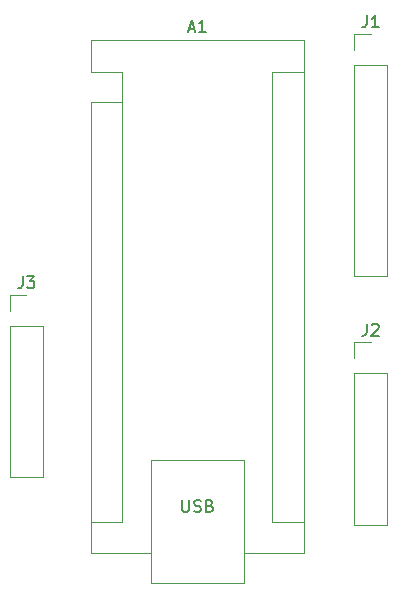
<source format=gbr>
%TF.GenerationSoftware,KiCad,Pcbnew,9.0.7*%
%TF.CreationDate,2026-02-14T16:35:21+02:00*%
%TF.ProjectId,Nano_Blackbox_Telemetry,4e616e6f-5f42-46c6-9163-6b626f785f54,rev?*%
%TF.SameCoordinates,Original*%
%TF.FileFunction,Legend,Top*%
%TF.FilePolarity,Positive*%
%FSLAX46Y46*%
G04 Gerber Fmt 4.6, Leading zero omitted, Abs format (unit mm)*
G04 Created by KiCad (PCBNEW 9.0.7) date 2026-02-14 16:35:21*
%MOMM*%
%LPD*%
G01*
G04 APERTURE LIST*
%ADD10C,0.150000*%
%ADD11C,0.120000*%
G04 APERTURE END LIST*
D10*
X147335714Y-64989104D02*
X147811904Y-64989104D01*
X147240476Y-65274819D02*
X147573809Y-64274819D01*
X147573809Y-64274819D02*
X147907142Y-65274819D01*
X148764285Y-65274819D02*
X148192857Y-65274819D01*
X148478571Y-65274819D02*
X148478571Y-64274819D01*
X148478571Y-64274819D02*
X148383333Y-64417676D01*
X148383333Y-64417676D02*
X148288095Y-64512914D01*
X148288095Y-64512914D02*
X148192857Y-64560533D01*
X146788095Y-104914819D02*
X146788095Y-105724342D01*
X146788095Y-105724342D02*
X146835714Y-105819580D01*
X146835714Y-105819580D02*
X146883333Y-105867200D01*
X146883333Y-105867200D02*
X146978571Y-105914819D01*
X146978571Y-105914819D02*
X147169047Y-105914819D01*
X147169047Y-105914819D02*
X147264285Y-105867200D01*
X147264285Y-105867200D02*
X147311904Y-105819580D01*
X147311904Y-105819580D02*
X147359523Y-105724342D01*
X147359523Y-105724342D02*
X147359523Y-104914819D01*
X147788095Y-105867200D02*
X147930952Y-105914819D01*
X147930952Y-105914819D02*
X148169047Y-105914819D01*
X148169047Y-105914819D02*
X148264285Y-105867200D01*
X148264285Y-105867200D02*
X148311904Y-105819580D01*
X148311904Y-105819580D02*
X148359523Y-105724342D01*
X148359523Y-105724342D02*
X148359523Y-105629104D01*
X148359523Y-105629104D02*
X148311904Y-105533866D01*
X148311904Y-105533866D02*
X148264285Y-105486247D01*
X148264285Y-105486247D02*
X148169047Y-105438628D01*
X148169047Y-105438628D02*
X147978571Y-105391009D01*
X147978571Y-105391009D02*
X147883333Y-105343390D01*
X147883333Y-105343390D02*
X147835714Y-105295771D01*
X147835714Y-105295771D02*
X147788095Y-105200533D01*
X147788095Y-105200533D02*
X147788095Y-105105295D01*
X147788095Y-105105295D02*
X147835714Y-105010057D01*
X147835714Y-105010057D02*
X147883333Y-104962438D01*
X147883333Y-104962438D02*
X147978571Y-104914819D01*
X147978571Y-104914819D02*
X148216666Y-104914819D01*
X148216666Y-104914819D02*
X148359523Y-104962438D01*
X149121428Y-105391009D02*
X149264285Y-105438628D01*
X149264285Y-105438628D02*
X149311904Y-105486247D01*
X149311904Y-105486247D02*
X149359523Y-105581485D01*
X149359523Y-105581485D02*
X149359523Y-105724342D01*
X149359523Y-105724342D02*
X149311904Y-105819580D01*
X149311904Y-105819580D02*
X149264285Y-105867200D01*
X149264285Y-105867200D02*
X149169047Y-105914819D01*
X149169047Y-105914819D02*
X148788095Y-105914819D01*
X148788095Y-105914819D02*
X148788095Y-104914819D01*
X148788095Y-104914819D02*
X149121428Y-104914819D01*
X149121428Y-104914819D02*
X149216666Y-104962438D01*
X149216666Y-104962438D02*
X149264285Y-105010057D01*
X149264285Y-105010057D02*
X149311904Y-105105295D01*
X149311904Y-105105295D02*
X149311904Y-105200533D01*
X149311904Y-105200533D02*
X149264285Y-105295771D01*
X149264285Y-105295771D02*
X149216666Y-105343390D01*
X149216666Y-105343390D02*
X149121428Y-105391009D01*
X149121428Y-105391009D02*
X148788095Y-105391009D01*
X133266666Y-85974819D02*
X133266666Y-86689104D01*
X133266666Y-86689104D02*
X133219047Y-86831961D01*
X133219047Y-86831961D02*
X133123809Y-86927200D01*
X133123809Y-86927200D02*
X132980952Y-86974819D01*
X132980952Y-86974819D02*
X132885714Y-86974819D01*
X133647619Y-85974819D02*
X134266666Y-85974819D01*
X134266666Y-85974819D02*
X133933333Y-86355771D01*
X133933333Y-86355771D02*
X134076190Y-86355771D01*
X134076190Y-86355771D02*
X134171428Y-86403390D01*
X134171428Y-86403390D02*
X134219047Y-86451009D01*
X134219047Y-86451009D02*
X134266666Y-86546247D01*
X134266666Y-86546247D02*
X134266666Y-86784342D01*
X134266666Y-86784342D02*
X134219047Y-86879580D01*
X134219047Y-86879580D02*
X134171428Y-86927200D01*
X134171428Y-86927200D02*
X134076190Y-86974819D01*
X134076190Y-86974819D02*
X133790476Y-86974819D01*
X133790476Y-86974819D02*
X133695238Y-86927200D01*
X133695238Y-86927200D02*
X133647619Y-86879580D01*
X162416666Y-89994819D02*
X162416666Y-90709104D01*
X162416666Y-90709104D02*
X162369047Y-90851961D01*
X162369047Y-90851961D02*
X162273809Y-90947200D01*
X162273809Y-90947200D02*
X162130952Y-90994819D01*
X162130952Y-90994819D02*
X162035714Y-90994819D01*
X162845238Y-90090057D02*
X162892857Y-90042438D01*
X162892857Y-90042438D02*
X162988095Y-89994819D01*
X162988095Y-89994819D02*
X163226190Y-89994819D01*
X163226190Y-89994819D02*
X163321428Y-90042438D01*
X163321428Y-90042438D02*
X163369047Y-90090057D01*
X163369047Y-90090057D02*
X163416666Y-90185295D01*
X163416666Y-90185295D02*
X163416666Y-90280533D01*
X163416666Y-90280533D02*
X163369047Y-90423390D01*
X163369047Y-90423390D02*
X162797619Y-90994819D01*
X162797619Y-90994819D02*
X163416666Y-90994819D01*
X162416666Y-63874819D02*
X162416666Y-64589104D01*
X162416666Y-64589104D02*
X162369047Y-64731961D01*
X162369047Y-64731961D02*
X162273809Y-64827200D01*
X162273809Y-64827200D02*
X162130952Y-64874819D01*
X162130952Y-64874819D02*
X162035714Y-64874819D01*
X163416666Y-64874819D02*
X162845238Y-64874819D01*
X163130952Y-64874819D02*
X163130952Y-63874819D01*
X163130952Y-63874819D02*
X163035714Y-64017676D01*
X163035714Y-64017676D02*
X162940476Y-64112914D01*
X162940476Y-64112914D02*
X162845238Y-64160533D01*
D11*
%TO.C,A1*%
X157070000Y-109400000D02*
X157070000Y-65960000D01*
X157070000Y-109400000D02*
X151990000Y-109400000D01*
X157070000Y-65960000D02*
X139030000Y-65960000D01*
X154400000Y-106730000D02*
X157070000Y-106730000D01*
X154400000Y-68630000D02*
X157070000Y-68630000D01*
X154400000Y-68630000D02*
X154400000Y-106730000D01*
X151990000Y-111940000D02*
X144110000Y-111940000D01*
X151990000Y-101520000D02*
X151990000Y-111940000D01*
X144110000Y-111940000D02*
X144110000Y-101520000D01*
X144110000Y-101520000D02*
X151990000Y-101520000D01*
X141700000Y-106730000D02*
X139030000Y-106730000D01*
X141700000Y-71170000D02*
X141700000Y-106730000D01*
X141700000Y-71170000D02*
X141700000Y-68630000D01*
X141700000Y-71170000D02*
X139030000Y-71170000D01*
X141700000Y-68630000D02*
X139030000Y-68630000D01*
X139030000Y-109400000D02*
X144110000Y-109400000D01*
X139030000Y-71170000D02*
X139030000Y-109400000D01*
X139030000Y-65960000D02*
X139030000Y-68630000D01*
%TO.C,J3*%
X132220000Y-87520000D02*
X133600000Y-87520000D01*
X132220000Y-88900000D02*
X132220000Y-87520000D01*
X132220000Y-90170000D02*
X132220000Y-102980000D01*
X132220000Y-90170000D02*
X134980000Y-90170000D01*
X132220000Y-102980000D02*
X134980000Y-102980000D01*
X134980000Y-90170000D02*
X134980000Y-102980000D01*
%TO.C,J2*%
X161370000Y-91540000D02*
X162750000Y-91540000D01*
X161370000Y-92920000D02*
X161370000Y-91540000D01*
X161370000Y-94190000D02*
X161370000Y-107000000D01*
X161370000Y-94190000D02*
X164130000Y-94190000D01*
X161370000Y-107000000D02*
X164130000Y-107000000D01*
X164130000Y-94190000D02*
X164130000Y-107000000D01*
%TO.C,J1*%
X161370000Y-65420000D02*
X162750000Y-65420000D01*
X161370000Y-66800000D02*
X161370000Y-65420000D01*
X161370000Y-68070000D02*
X161370000Y-85960000D01*
X161370000Y-68070000D02*
X164130000Y-68070000D01*
X161370000Y-85960000D02*
X164130000Y-85960000D01*
X164130000Y-68070000D02*
X164130000Y-85960000D01*
%TD*%
M02*

</source>
